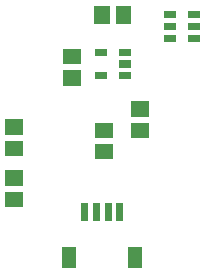
<source format=gbr>
G04 start of page 10 for group -4015 idx -4015 *
G04 Title: (unknown), toppaste *
G04 Creator: pcb 4.0.2 *
G04 CreationDate: Mon Aug 16 01:28:39 2021 UTC *
G04 For: ndholmes *
G04 Format: Gerber/RS-274X *
G04 PCB-Dimensions (mil): 1800.00 1500.00 *
G04 PCB-Coordinate-Origin: lower left *
%MOIN*%
%FSLAX25Y25*%
%LNTOPPASTE*%
%ADD42C,0.0001*%
G54D42*G36*
X68548Y68973D02*Y63855D01*
X74452D01*
Y68973D01*
X68548D01*
G37*
G36*
Y76059D02*Y70941D01*
X74452D01*
Y76059D01*
X68548D01*
G37*
G36*
X79048Y51559D02*Y46441D01*
X84952D01*
Y51559D01*
X79048D01*
G37*
G36*
Y44473D02*Y39355D01*
X84952D01*
Y44473D01*
X79048D01*
G37*
G36*
X49048Y28516D02*Y23398D01*
X54952D01*
Y28516D01*
X49048D01*
G37*
G36*
Y35602D02*Y30484D01*
X54952D01*
Y35602D01*
X49048D01*
G37*
G36*
X76752Y24807D02*X74390D01*
Y18705D01*
X76752D01*
Y24807D01*
G37*
G36*
X80689D02*X78327D01*
Y18705D01*
X80689D01*
Y24807D01*
G37*
G36*
X84626D02*X82264D01*
Y18705D01*
X84626D01*
Y24807D01*
G37*
G36*
X88563D02*X86201D01*
Y18705D01*
X88563D01*
Y24807D01*
G37*
G36*
X72815Y10043D02*X68091D01*
Y2957D01*
X72815D01*
Y10043D01*
G37*
G36*
X94862D02*X90138D01*
Y2957D01*
X94862D01*
Y10043D01*
G37*
G36*
X91048Y58645D02*Y53527D01*
X96952D01*
Y58645D01*
X91048D01*
G37*
G36*
Y51559D02*Y46441D01*
X96952D01*
Y51559D01*
X91048D01*
G37*
G36*
X79000Y76200D02*Y73800D01*
X83000D01*
Y76200D01*
X79000D01*
G37*
G36*
Y68400D02*Y66000D01*
X83000D01*
Y68400D01*
X79000D01*
G37*
G36*
X87200D02*Y66000D01*
X91200D01*
Y68400D01*
X87200D01*
G37*
G36*
Y72300D02*Y69900D01*
X91200D01*
Y72300D01*
X87200D01*
G37*
G36*
Y76200D02*Y73800D01*
X91200D01*
Y76200D01*
X87200D01*
G37*
G36*
X110200Y80900D02*Y78500D01*
X114200D01*
Y80900D01*
X110200D01*
G37*
G36*
Y84800D02*Y82400D01*
X114200D01*
Y84800D01*
X110200D01*
G37*
G36*
Y88700D02*Y86300D01*
X114200D01*
Y88700D01*
X110200D01*
G37*
G36*
X102000D02*Y86300D01*
X106000D01*
Y88700D01*
X102000D01*
G37*
G36*
Y84800D02*Y82400D01*
X106000D01*
Y84800D01*
X102000D01*
G37*
G36*
Y80900D02*Y78500D01*
X106000D01*
Y80900D01*
X102000D01*
G37*
G36*
X49048Y45559D02*Y40441D01*
X54952D01*
Y45559D01*
X49048D01*
G37*
G36*
Y52645D02*Y47527D01*
X54952D01*
Y52645D01*
X49048D01*
G37*
G36*
X84016Y90452D02*X78898D01*
Y84548D01*
X84016D01*
Y90452D01*
G37*
G36*
X91102D02*X85984D01*
Y84548D01*
X91102D01*
Y90452D01*
G37*
M02*

</source>
